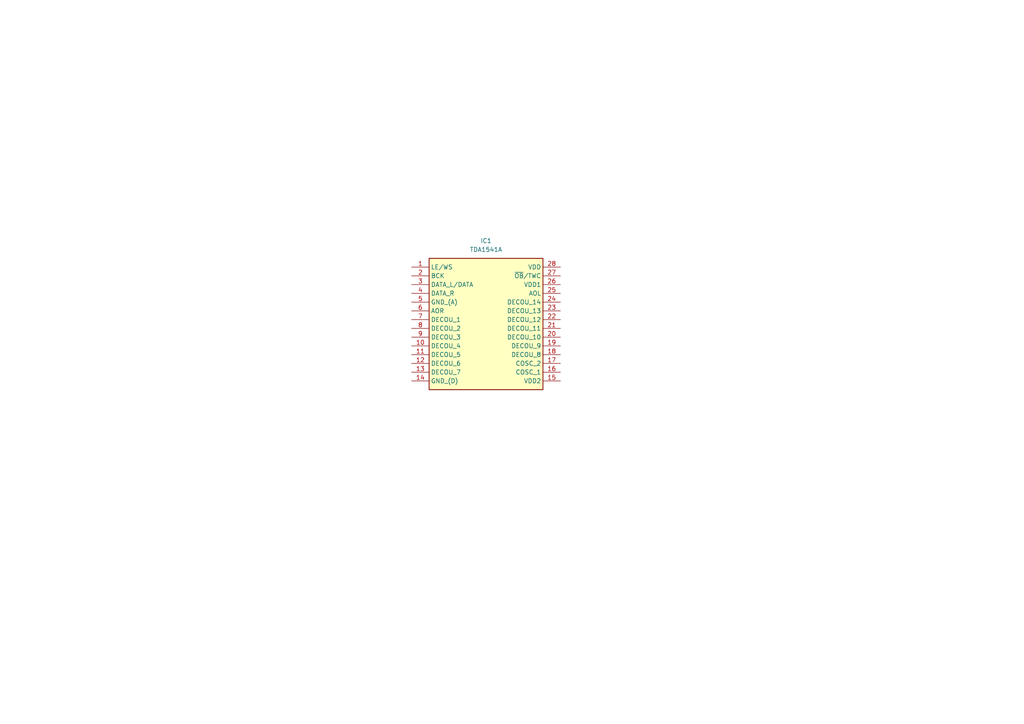
<source format=kicad_sch>
(kicad_sch (version 20250114) (generator "eeschema") (generator_version "9.0")
  (paper "A4")
  (lib_symbols
    (symbol "tda1541:TDA1541A"
      (property "Reference" "IC" (at 39.37 7.62 0))
      (property "Value" "TDA1541A" (at 39.37 5.08 0))
      (symbol "TDA1541A_1_1"
        (rectangle (start 5.08 2.54) (end 38.1 -35.56) (stroke (width 0.254)) (fill (type background)))
        (pin passive line (at 0 0 0) (length 5.08) (name "LE/WS") (number "1"))
        (pin passive line (at 0 -2.54 0) (length 5.08) (name "BCK") (number "2"))
        (pin passive line (at 0 -5.08 0) (length 5.08) (name "DATA_L/DATA") (number "3"))
        (pin passive line (at 0 -7.62 0) (length 5.08) (name "DATA_R") (number "4"))
        (pin passive line (at 0 -10.16 0) (length 5.08) (name "GND_(A)") (number "5"))
        (pin passive line (at 0 -12.7 0) (length 5.08) (name "AOR") (number "6"))
        (pin passive line (at 0 -15.24 0) (length 5.08) (name "DECOU_1") (number "7"))
        (pin passive line (at 0 -17.78 0) (length 5.08) (name "DECOU_2") (number "8"))
        (pin passive line (at 0 -20.32 0) (length 5.08) (name "DECOU_3") (number "9"))
        (pin passive line (at 0 -22.86 0) (length 5.08) (name "DECOU_4") (number "10"))
        (pin passive line (at 0 -25.4 0) (length 5.08) (name "DECOU_5") (number "11"))
        (pin passive line (at 0 -27.94 0) (length 5.08) (name "DECOU_6") (number "12"))
        (pin passive line (at 0 -30.48 0) (length 5.08) (name "DECOU_7") (number "13"))
        (pin passive line (at 0 -33.02 0) (length 5.08) (name "GND_(D)") (number "14"))
        (pin passive line (at 43.18 0 180) (length 5.08) (name "VDD") (number "28"))
        (pin passive line (at 43.18 -2.54 180) (length 5.08) (name "~{OB}/TWC") (number "27"))
        (pin passive line (at 43.18 -5.08 180) (length 5.08) (name "VDD1") (number "26"))
        (pin passive line (at 43.18 -7.62 180) (length 5.08) (name "AOL") (number "25"))
        (pin passive line (at 43.18 -10.16 180) (length 5.08) (name "DECOU_14") (number "24"))
        (pin passive line (at 43.18 -12.7 180) (length 5.08) (name "DECOU_13") (number "23"))
        (pin passive line (at 43.18 -15.24 180) (length 5.08) (name "DECOU_12") (number "22"))
        (pin passive line (at 43.18 -17.78 180) (length 5.08) (name "DECOU_11") (number "21"))
        (pin passive line (at 43.18 -20.32 180) (length 5.08) (name "DECOU_10") (number "20"))
        (pin passive line (at 43.18 -22.86 180) (length 5.08) (name "DECOU_9") (number "19"))
        (pin passive line (at 43.18 -25.4 180) (length 5.08) (name "DECOU_8") (number "18"))
        (pin passive line (at 43.18 -27.94 180) (length 5.08) (name "COSC_2") (number "17"))
        (pin passive line (at 43.18 -30.48 180) (length 5.08) (name "COSC_1") (number "16"))
        (pin passive line (at 43.18 -33.02 180) (length 5.08) (name "VDD2") (number "15"))
      )
    )
  )
  (symbol (lib_id "tda1541:TDA1541A") (at 119.38 77.47 0) (unit 1)
    (property "Reference" "IC1" (at 140.97 69.85 0))
    (property "Value" "TDA1541A" (at 140.97 72.39 0))
    (property "Footprint" "DIP1652W53P254L3550H510Q28N" (effects (hide yes)))
    (property "Datasheet" "http://lampizator.eu/LAMPIZATOR/LINKS%20AND%20DOWNLOADS/DATAMINING/tda%201541A.pdf" (effects (hide yes)))
    (property "Description" "Stereo high performance 16-bit DAC" (effects (hide yes)))
    (property "Height" "5.1" (effects (hide yes)))
    (property "Manufacturer_Name" "NXP" (effects (hide yes)))
    (property "Manufacturer_Part_Number" "TDA1541A" (effects (hide yes)))
  )
)
</source>
